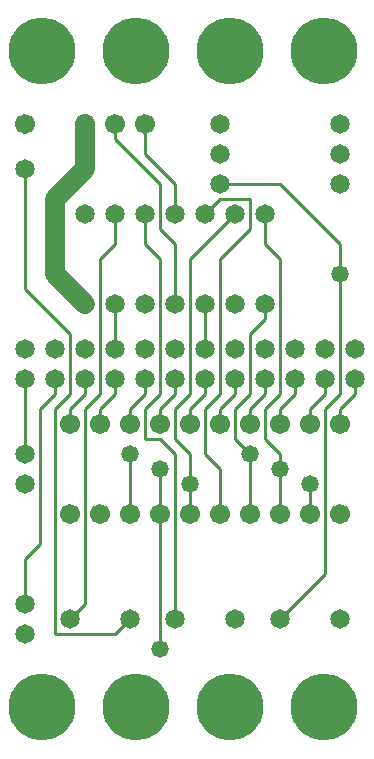
<source format=gtl>
%MOIN*%
%FSLAX25Y25*%
G04 D10 used for Character Trace; *
G04     Circle (OD=.01000) (No hole)*
G04 D11 used for Power Trace; *
G04     Circle (OD=.06700) (No hole)*
G04 D12 used for Signal Trace; *
G04     Circle (OD=.01100) (No hole)*
G04 D13 used for Via; *
G04     Circle (OD=.05800) (Round. Hole ID=.02800)*
G04 D14 used for Component hole; *
G04     Circle (OD=.06500) (Round. Hole ID=.03500)*
G04 D15 used for Component hole; *
G04     Circle (OD=.06700) (Round. Hole ID=.04300)*
G04 D16 used for Component hole; *
G04     Circle (OD=.08100) (Round. Hole ID=.05100)*
G04 D17 used for Component hole; *
G04     Circle (OD=.08900) (Round. Hole ID=.05900)*
G04 D18 used for Component hole; *
G04     Circle (OD=.11300) (Round. Hole ID=.08300)*
G04 D19 used for Component hole; *
G04     Circle (OD=.16000) (Round. Hole ID=.13000)*
G04 D20 used for Component hole; *
G04     Circle (OD=.18300) (Round. Hole ID=.15300)*
G04 D21 used for Component hole; *
G04     Circle (OD=.22291) (Round. Hole ID=.19291)*
%ADD10C,.01000*%
%ADD11C,.06700*%
%ADD12C,.01100*%
%ADD13C,.05800*%
%ADD14C,.06500*%
%ADD15C,.06700*%
%ADD16C,.08100*%
%ADD17C,.08900*%
%ADD18C,.11300*%
%ADD19C,.16000*%
%ADD20C,.18300*%
%ADD21C,.22291*%
%IPPOS*%
%LPD*%
G90*X0Y0D02*D21*X15625Y15625D03*D12*              
X20000Y40000D02*X40000D01*X20000D02*Y115000D01*   
X25000Y120000D01*Y140000D01*X10000Y155000D01*     
Y195000D01*D14*D03*D11*X20000Y160000D02*          
Y185000D01*X30000Y150000D02*X20000Y160000D01*D14* 
X30000Y150000D03*X40000D03*D12*Y135000D01*D14*D03*
X50000Y125000D03*D12*Y120000D01*X45000Y115000D01* 
Y110000D01*D15*D03*D12*X50000Y105000D02*X55000D01*
X60000Y100000D01*Y45000D01*D14*D03*D13*           
X55000Y35000D03*D12*Y80000D01*D15*D03*D12*        
Y95000D01*D13*D03*X65000Y90000D03*D12*Y80000D01*  
D15*D03*X75000D03*D12*Y95000D01*X70000Y100000D01* 
Y115000D01*X75000Y120000D01*Y165000D01*           
X85000Y175000D01*Y185000D01*X75000D01*            
X70000Y180000D01*D14*D03*D12*X60000D02*Y190000D01*
D14*Y180000D03*D12*Y170000D02*X55000Y175000D01*   
X60000Y150000D02*Y170000D01*D14*Y150000D03*       
X70000D03*D12*Y135000D01*D14*D03*X80000Y125000D03*
D12*Y120000D01*X75000Y115000D01*Y110000D01*D15*   
D03*D12*X85000Y100000D02*X80000Y105000D01*D13*    
X85000Y100000D03*D12*Y80000D01*D15*D03*X95000D03* 
D12*Y95000D01*D13*D03*D12*Y100000D01*             
X90000Y105000D01*Y115000D01*X95000Y120000D01*     
Y165000D01*X90000Y170000D01*Y180000D01*D14*D03*   
D12*X115000Y170000D02*X95000Y190000D01*           
X115000Y160000D02*Y170000D01*D13*Y160000D03*D12*  
Y120000D01*X110000Y115000D01*Y60000D01*           
X95000Y45000D01*D14*D03*X80000D03*X115000D03*D21* 
X78125Y15625D03*X109375D03*D15*X115000Y80000D03*  
X105000D03*D12*Y90000D01*D13*D03*D15*             
X85000Y110000D03*D12*Y115000D01*X90000Y120000D01* 
Y125000D01*D14*D03*D12*X80000Y115000D02*          
X85000Y120000D01*X80000Y105000D02*Y115000D01*     
X60000D02*X65000Y120000D01*X60000Y105000D02*      
Y115000D01*X65000Y100000D02*X60000Y105000D01*     
X65000Y90000D02*Y100000D01*X50000Y105000D02*      
Y115000D01*X55000Y120000D01*Y165000D01*           
X50000Y170000D01*Y180000D01*D14*D03*D12*          
X55000Y175000D02*Y190000D01*X40000Y205000D01*     
Y210000D01*D15*D03*D12*X60000Y190000D02*          
X50000Y200000D01*Y210000D01*D15*D03*X30000D03*D11*
Y195000D01*D14*D03*D11*X20000Y185000D01*D14*      
X30000Y180000D03*D12*X35000Y165000D02*            
X40000Y170000D01*X35000Y120000D02*Y165000D01*     
X30000Y115000D02*X35000Y120000D01*X30000Y50000D02*
Y115000D01*X25000Y45000D02*X30000Y50000D01*D14*   
X25000Y45000D03*D12*X40000Y40000D02*              
X45000Y45000D01*D14*D03*D12*X10000Y65000D02*      
X15000Y70000D01*X10000Y50000D02*Y65000D01*D14*    
Y50000D03*Y40000D03*D12*X15000Y70000D02*          
Y115000D01*X20000Y120000D01*Y125000D01*D14*D03*   
X30000Y135000D03*X10000D03*D12*X25000Y115000D02*  
X30000Y120000D01*X25000Y110000D02*Y115000D01*D15* 
Y110000D03*D12*X30000Y120000D02*Y125000D01*D14*   
D03*X20000Y135000D03*D12*X35000Y115000D02*        
X40000Y120000D01*X35000Y110000D02*Y115000D01*D15* 
Y110000D03*D13*X45000Y100000D03*D12*Y80000D01*D15*
D03*X35000D03*X25000D03*X65000Y110000D03*D12*     
Y115000D01*X70000Y120000D01*Y125000D01*D14*D03*   
D12*X65000Y120000D02*Y165000D01*X80000Y180000D01* 
D14*D03*X75000Y190000D03*D12*X95000D01*D14*       
X115000Y210000D03*X75000D03*Y200000D03*           
X115000Y190000D03*Y200000D03*X80000Y150000D03*    
X90000D03*D12*Y145000D01*X85000Y140000D01*        
Y120000D01*D15*X95000Y110000D03*D12*Y115000D01*   
X100000Y120000D01*Y125000D01*D14*D03*             
X110000Y135000D03*X90000D03*D12*X105000Y115000D02*
X110000Y120000D01*X105000Y110000D02*Y115000D01*   
D15*Y110000D03*D12*X110000Y120000D02*Y125000D01*  
D14*D03*X120000Y135000D03*X100000D03*D12*         
X115000Y115000D02*X120000Y120000D01*              
X115000Y110000D02*Y115000D01*D15*Y110000D03*D12*  
X120000Y120000D02*Y125000D01*D14*D03*             
X80000Y135000D03*X60000D03*Y125000D03*D12*        
Y120000D01*X55000Y115000D01*Y110000D01*D15*D03*   
D14*X40000Y125000D03*D12*Y120000D01*D14*          
X50000Y135000D03*X10000Y90000D03*X50000Y150000D03*
X10000Y125000D03*D12*Y100000D01*D14*D03*D12*      
X40000Y170000D02*Y180000D01*D14*D03*D15*          
X10000Y210000D03*D21*X78125Y234375D03*X46875D03*  
X15625D03*X109375D03*X46875Y15625D03*M02*         

</source>
